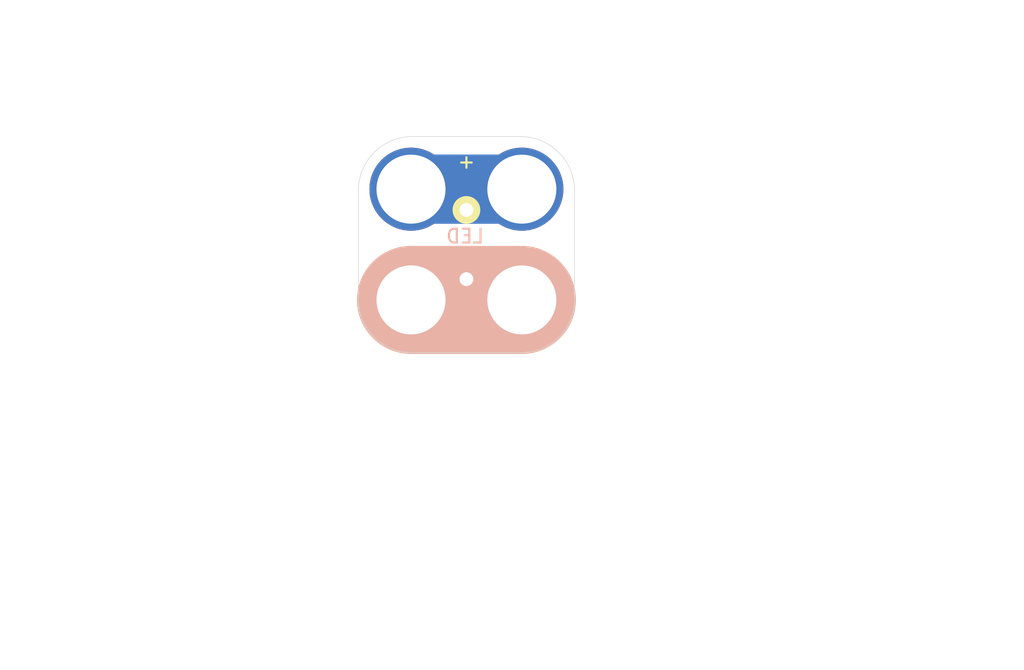
<source format=kicad_pcb>
(kicad_pcb (version 4) (host pcbnew 4.0.4+e1-6308~48~ubuntu16.04.1-stable)

  (general
    (links 4)
    (no_connects 4)
    (area 0 0 0 0)
    (thickness 1.6)
    (drawings 17)
    (tracks 0)
    (zones 0)
    (modules 1)
    (nets 3)
  )

  (page USLetter)
  (title_block
    (title "2x2 Through-hole LED Module")
    (date "19 Dec 2016")
    (rev 1.0)
    (company "All rights reserved.")
    (comment 1 help@browndoggadgets.com)
    (comment 2 http://browndoggadgets.com/)
    (comment 3 "Brown Dog Gadgets")
  )

  (layers
    (0 F.Cu signal)
    (31 B.Cu signal)
    (34 B.Paste user)
    (35 F.Paste user)
    (36 B.SilkS user)
    (37 F.SilkS user)
    (38 B.Mask user)
    (39 F.Mask user)
    (44 Edge.Cuts user)
    (46 B.CrtYd user)
    (47 F.CrtYd user)
    (48 B.Fab user)
    (49 F.Fab user)
  )

  (setup
    (last_trace_width 0.254)
    (user_trace_width 0.1524)
    (user_trace_width 0.254)
    (user_trace_width 0.3302)
    (user_trace_width 0.508)
    (user_trace_width 0.762)
    (user_trace_width 1.27)
    (trace_clearance 0.254)
    (zone_clearance 0.508)
    (zone_45_only no)
    (trace_min 0.1524)
    (segment_width 0.1524)
    (edge_width 0.1524)
    (via_size 0.6858)
    (via_drill 0.3302)
    (via_min_size 0.6858)
    (via_min_drill 0.3302)
    (user_via 0.6858 0.3302)
    (user_via 0.762 0.4064)
    (user_via 0.8636 0.508)
    (uvia_size 0.6858)
    (uvia_drill 0.3302)
    (uvias_allowed no)
    (uvia_min_size 0)
    (uvia_min_drill 0)
    (pcb_text_width 0.1524)
    (pcb_text_size 1.016 1.016)
    (mod_edge_width 0.1524)
    (mod_text_size 1.016 1.016)
    (mod_text_width 0.1524)
    (pad_size 1.524 1.524)
    (pad_drill 0.762)
    (pad_to_mask_clearance 0.0762)
    (solder_mask_min_width 0.1016)
    (pad_to_paste_clearance -0.0762)
    (aux_axis_origin 0 0)
    (visible_elements FFFEDF7D)
    (pcbplotparams
      (layerselection 0x310fc_80000001)
      (usegerberextensions true)
      (excludeedgelayer true)
      (linewidth 0.100000)
      (plotframeref false)
      (viasonmask false)
      (mode 1)
      (useauxorigin false)
      (hpglpennumber 1)
      (hpglpenspeed 20)
      (hpglpendiameter 15)
      (hpglpenoverlay 2)
      (psnegative false)
      (psa4output false)
      (plotreference true)
      (plotvalue true)
      (plotinvisibletext false)
      (padsonsilk false)
      (subtractmaskfromsilk false)
      (outputformat 1)
      (mirror false)
      (drillshape 0)
      (scaleselection 1)
      (outputdirectory gerbers))
  )

  (net 0 "")
  (net 1 VCC)
  (net 2 GND)

  (net_class Default "This is the default net class."
    (clearance 0.254)
    (trace_width 0.254)
    (via_dia 0.6858)
    (via_drill 0.3302)
    (uvia_dia 0.6858)
    (uvia_drill 0.3302)
    (add_net GND)
    (add_net VCC)
  )

  (module Rewire_Circuits:LED-10MMD-5MMP-TH-2x2 (layer F.Cu) (tedit 582F5774) (tstamp 58585296)
    (at 134.24 96.52)
    (descr "10mm LED 5mm pitch through hole center polarized")
    (path /58584A3B)
    (fp_text reference LED (at 3.9 -4.6) (layer B.SilkS)
      (effects (font (size 1 1) (thickness 0.15)) (justify mirror))
    )
    (fp_text value GREEN (at 4 -4) (layer F.Fab) hide
      (effects (font (size 1 1) (thickness 0.15)))
    )
    (fp_text user %R (at 3.99 -3.99) (layer F.Fab)
      (effects (font (size 1 1) (thickness 0.15)))
    )
    (fp_line (start 8 -8) (end 0 -8) (layer B.Mask) (width 5))
    (fp_line (start 0 0) (end 8 0) (layer F.SilkS) (width 7.8))
    (fp_text user + (at 4 -10) (layer F.SilkS)
      (effects (font (size 1 1) (thickness 0.15)))
    )
    (fp_text user - (at 4 3) (layer F.SilkS)
      (effects (font (size 1 1) (thickness 0.15)))
    )
    (fp_line (start 8 -8) (end 0 -8) (layer B.Cu) (width 5))
    (fp_line (start 8 0) (end 0 0) (layer B.Mask) (width 5))
    (fp_line (start 8 0) (end 0 0) (layer B.Cu) (width 5))
    (fp_line (start 7.9 -11.8) (end 0.1 -11.8) (layer Edge.Cuts) (width 0.04064))
    (fp_line (start 7.9 3.8) (end 0.1 3.8) (layer Edge.Cuts) (width 0.04064))
    (fp_line (start 11.8 -0.1) (end 11.8 -7.9) (layer Edge.Cuts) (width 0.04064))
    (fp_line (start -3.8 -0.1) (end -3.8 -7.9) (layer Edge.Cuts) (width 0.04064))
    (fp_arc (start 7.9 -7.9) (end 7.9 -11.8) (angle 90) (layer Edge.Cuts) (width 0.04064))
    (fp_arc (start 7.9 -0.1) (end 11.8 -0.1) (angle 90) (layer Edge.Cuts) (width 0.04064))
    (fp_arc (start 0.1 -0.1) (end 0.1 3.8) (angle 90) (layer Edge.Cuts) (width 0.04064))
    (fp_arc (start 0.1 -7.9) (end -3.8 -7.9) (angle 90) (layer Edge.Cuts) (width 0.04064))
    (fp_line (start 7.9 -11.8) (end 0.1 -11.8) (layer F.Fab) (width 0.04064))
    (fp_line (start 7.9 3.8) (end 0.1 3.8) (layer F.Fab) (width 0.04064))
    (fp_line (start 11.8 -0.1) (end 11.8 -7.9) (layer F.Fab) (width 0.04064))
    (fp_line (start -3.8 -0.1) (end -3.8 -7.9) (layer F.Fab) (width 0.04064))
    (fp_arc (start 7.9 -7.9) (end 7.9 -11.8) (angle 90) (layer F.Fab) (width 0.04064))
    (fp_arc (start 7.9 -0.1) (end 11.8 -0.1) (angle 90) (layer F.Fab) (width 0.04064))
    (fp_arc (start 0.1 -0.1) (end 0.1 3.8) (angle 90) (layer F.Fab) (width 0.04064))
    (fp_arc (start 0.1 -7.9) (end -3.8 -7.9) (angle 90) (layer F.Fab) (width 0.04064))
    (fp_line (start 0 0) (end 8 0) (layer B.SilkS) (width 7.8))
    (pad + thru_hole circle (at 4 -6.5) (size 2 2) (drill 1.00076) (layers *.Cu *.Mask F.SilkS)
      (net 1 VCC))
    (pad - thru_hole circle (at 4 -1.5 270) (size 1.9 1.9) (drill 1.00076) (layers *.Cu *.Mask F.SilkS)
      (net 2 GND))
    (pad - thru_hole circle (at 0 0) (size 6 6) (drill 4.98) (layers *.Cu *.Mask)
      (net 2 GND))
    (pad + thru_hole circle (at 0 -8) (size 6 6) (drill 4.98) (layers *.Cu *.Mask)
      (net 1 VCC))
    (pad + thru_hole circle (at 8 -8) (size 6 6) (drill 4.98) (layers *.Cu *.Mask)
      (net 1 VCC))
    (pad - thru_hole circle (at 8 0) (size 6 6) (drill 4.98) (layers *.Cu *.Mask)
      (net 2 GND))
  )

  (gr_circle (center 117.348 76.962) (end 118.618 76.962) (layer Dwgs.User) (width 0.15))
  (gr_line (start 114.427 78.994) (end 114.427 74.93) (angle 90) (layer Dwgs.User) (width 0.15))
  (gr_line (start 120.269 78.994) (end 114.427 78.994) (angle 90) (layer Dwgs.User) (width 0.15))
  (gr_line (start 120.269 74.93) (end 120.269 78.994) (angle 90) (layer Dwgs.User) (width 0.15))
  (gr_line (start 114.427 74.93) (end 120.269 74.93) (angle 90) (layer Dwgs.User) (width 0.15))
  (gr_line (start 120.523 93.98) (end 104.648 93.98) (angle 90) (layer Dwgs.User) (width 0.15))
  (gr_line (start 173.355 102.235) (end 173.355 94.615) (angle 90) (layer Dwgs.User) (width 0.15))
  (gr_line (start 178.435 102.235) (end 173.355 102.235) (angle 90) (layer Dwgs.User) (width 0.15))
  (gr_line (start 178.435 94.615) (end 178.435 102.235) (angle 90) (layer Dwgs.User) (width 0.15))
  (gr_line (start 173.355 94.615) (end 178.435 94.615) (angle 90) (layer Dwgs.User) (width 0.15))
  (gr_line (start 109.093 123.19) (end 109.093 114.3) (angle 90) (layer Dwgs.User) (width 0.15))
  (gr_line (start 122.428 123.19) (end 109.093 123.19) (angle 90) (layer Dwgs.User) (width 0.15))
  (gr_line (start 122.428 114.3) (end 122.428 123.19) (angle 90) (layer Dwgs.User) (width 0.15))
  (gr_line (start 109.093 114.3) (end 122.428 114.3) (angle 90) (layer Dwgs.User) (width 0.15))
  (gr_line (start 104.648 93.98) (end 104.648 82.55) (angle 90) (layer Dwgs.User) (width 0.15))
  (gr_line (start 120.523 82.55) (end 120.523 93.98) (angle 90) (layer Dwgs.User) (width 0.15))
  (gr_line (start 104.648 82.55) (end 120.523 82.55) (angle 90) (layer Dwgs.User) (width 0.15))

)

</source>
